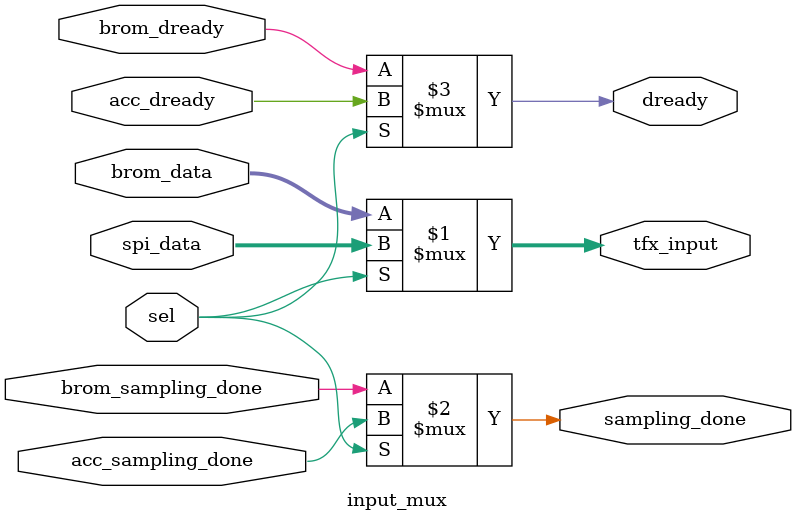
<source format=v>
module input_mux #(
    parameter DATA_WIDTH = 32
)(
    input wire sel, // 0 = BRAM, 1 = SPI

    input wire [DATA_WIDTH-1:0] brom_data,
    input wire brom_sampling_done,
    input wire brom_dready,
    
    input wire [DATA_WIDTH-1:0] spi_data,
    input wire acc_sampling_done,
    input wire acc_dready,
    
    output wire [DATA_WIDTH-1:0] tfx_input,
    output wire sampling_done,
    output wire dready
);

assign tfx_input = sel ? spi_data : brom_data;

assign sampling_done = sel ? acc_sampling_done : brom_sampling_done;

assign dready = sel ? acc_dready: brom_dready;
    
endmodule
</source>
